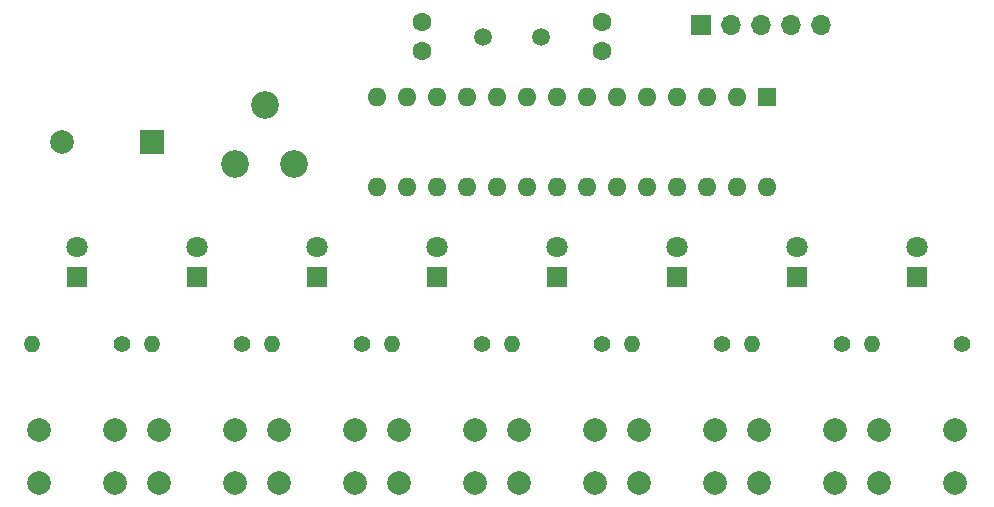
<source format=gts>
G04 #@! TF.GenerationSoftware,KiCad,Pcbnew,(7.0.0)*
G04 #@! TF.CreationDate,2023-03-25T20:45:11-04:00*
G04 #@! TF.ProjectId,eight_key_piano_standalone_V1,65696768-745f-46b6-9579-5f7069616e6f,rev?*
G04 #@! TF.SameCoordinates,Original*
G04 #@! TF.FileFunction,Soldermask,Top*
G04 #@! TF.FilePolarity,Negative*
%FSLAX46Y46*%
G04 Gerber Fmt 4.6, Leading zero omitted, Abs format (unit mm)*
G04 Created by KiCad (PCBNEW (7.0.0)) date 2023-03-25 20:45:11*
%MOMM*%
%LPD*%
G01*
G04 APERTURE LIST*
%ADD10C,2.000000*%
%ADD11R,1.800000X1.800000*%
%ADD12C,1.800000*%
%ADD13C,1.400000*%
%ADD14O,1.400000X1.400000*%
%ADD15R,1.700000X1.700000*%
%ADD16O,1.700000X1.700000*%
%ADD17C,2.340000*%
%ADD18C,1.600000*%
%ADD19C,1.500000*%
%ADD20R,2.000000X2.000000*%
%ADD21R,1.600000X1.600000*%
%ADD22O,1.600000X1.600000*%
G04 APERTURE END LIST*
D10*
X110923000Y-114971000D03*
X117423000Y-114971000D03*
X110923000Y-119471000D03*
X117423000Y-119471000D03*
D11*
X175132999Y-101980999D03*
D12*
X175133000Y-99441000D03*
D10*
X171883000Y-114971000D03*
X178383000Y-114971000D03*
X171883000Y-119471000D03*
X178383000Y-119471000D03*
D13*
X189103000Y-107696000D03*
D14*
X181482999Y-107695999D03*
D10*
X161723000Y-114971000D03*
X168223000Y-114971000D03*
X161723000Y-119471000D03*
X168223000Y-119471000D03*
D15*
X167009999Y-80644999D03*
D16*
X169549999Y-80644999D03*
X172089999Y-80644999D03*
X174629999Y-80644999D03*
X177169999Y-80644999D03*
D11*
X144652999Y-101980999D03*
D12*
X144653000Y-99441000D03*
D13*
X128143000Y-107696000D03*
D14*
X120522999Y-107695999D03*
D13*
X158623000Y-107696000D03*
D14*
X151002999Y-107695999D03*
D17*
X127573000Y-92416000D03*
X130073000Y-87416000D03*
X132573000Y-92416000D03*
D18*
X158623000Y-82911000D03*
X158623000Y-80411000D03*
X143383000Y-82891000D03*
X143383000Y-80391000D03*
D10*
X182043000Y-114971000D03*
X188543000Y-114971000D03*
X182043000Y-119471000D03*
X188543000Y-119471000D03*
D19*
X148553000Y-81661000D03*
X153433000Y-81661000D03*
D20*
X120512999Y-90550999D03*
D10*
X112913000Y-90551000D03*
D11*
X164972999Y-101980999D03*
D12*
X164973000Y-99441000D03*
D10*
X121083000Y-114971000D03*
X127583000Y-114971000D03*
X121083000Y-119471000D03*
X127583000Y-119471000D03*
X131243000Y-114971000D03*
X137743000Y-114971000D03*
X131243000Y-119471000D03*
X137743000Y-119471000D03*
D13*
X178943000Y-107696000D03*
D14*
X171322999Y-107695999D03*
D11*
X114172999Y-101980999D03*
D12*
X114173000Y-99441000D03*
D13*
X117983000Y-107696000D03*
D14*
X110362999Y-107695999D03*
D11*
X185292999Y-101980999D03*
D12*
X185293000Y-99441000D03*
D13*
X148463000Y-107696000D03*
D14*
X140842999Y-107695999D03*
D11*
X154812999Y-101980999D03*
D12*
X154813000Y-99441000D03*
D10*
X151563000Y-114971000D03*
X158063000Y-114971000D03*
X151563000Y-119471000D03*
X158063000Y-119471000D03*
D13*
X138303000Y-107696000D03*
D14*
X130682999Y-107695999D03*
D10*
X141403000Y-114971000D03*
X147903000Y-114971000D03*
X141403000Y-119471000D03*
X147903000Y-119471000D03*
D11*
X124332999Y-101980999D03*
D12*
X124333000Y-99441000D03*
D21*
X172592999Y-86740999D03*
D22*
X170052999Y-86740999D03*
X167512999Y-86740999D03*
X164972999Y-86740999D03*
X162432999Y-86740999D03*
X159892999Y-86740999D03*
X157352999Y-86740999D03*
X154812999Y-86740999D03*
X152272999Y-86740999D03*
X149732999Y-86740999D03*
X147192999Y-86740999D03*
X144652999Y-86740999D03*
X142112999Y-86740999D03*
X139572999Y-86740999D03*
X139572999Y-94360999D03*
X142112999Y-94360999D03*
X144652999Y-94360999D03*
X147192999Y-94360999D03*
X149732999Y-94360999D03*
X152272999Y-94360999D03*
X154812999Y-94360999D03*
X157352999Y-94360999D03*
X159892999Y-94360999D03*
X162432999Y-94360999D03*
X164972999Y-94360999D03*
X167512999Y-94360999D03*
X170052999Y-94360999D03*
X172592999Y-94360999D03*
D11*
X134492999Y-101980999D03*
D12*
X134493000Y-99441000D03*
D13*
X168783000Y-107696000D03*
D14*
X161162999Y-107695999D03*
M02*

</source>
